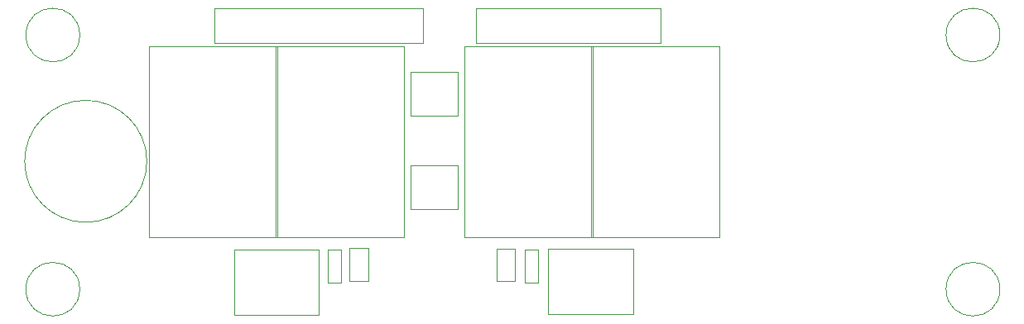
<source format=gbr>
G04 #@! TF.GenerationSoftware,KiCad,Pcbnew,(5.1.5)-2*
G04 #@! TF.CreationDate,2020-04-10T10:41:53+07:00*
G04 #@! TF.ProjectId,KIT_7SegLED_74HC595,4b49545f-3753-4656-974c-45445f373448,rev?*
G04 #@! TF.SameCoordinates,Original*
G04 #@! TF.FileFunction,Other,User*
%FSLAX46Y46*%
G04 Gerber Fmt 4.6, Leading zero omitted, Abs format (unit mm)*
G04 Created by KiCad (PCBNEW (5.1.5)-2) date 2020-04-10 10:41:53*
%MOMM*%
%LPD*%
G04 APERTURE LIST*
%ADD10C,0.050000*%
G04 APERTURE END LIST*
D10*
X175809500Y-32089500D02*
X194659500Y-32089500D01*
X194659500Y-32089500D02*
X194659500Y-28489500D01*
X194659500Y-28489500D02*
X175809500Y-28489500D01*
X175809500Y-28489500D02*
X175809500Y-32089500D01*
X135274500Y-57289700D02*
G75*
G03X135274500Y-57289700I-2750000J0D01*
G01*
X229381500Y-31254700D02*
G75*
G03X229381500Y-31254700I-2750000J0D01*
G01*
X229381500Y-57289700D02*
G75*
G03X229381500Y-57289700I-2750000J0D01*
G01*
X135274500Y-31254700D02*
G75*
G03X135274500Y-31254700I-2750000J0D01*
G01*
X155320601Y-51981499D02*
X168420601Y-51981499D01*
X155320601Y-32421499D02*
X168420601Y-32421499D01*
X155320601Y-51981499D02*
X155320601Y-32421499D01*
X168420601Y-51981499D02*
X168420601Y-32421499D01*
X142382900Y-51982100D02*
X155482900Y-51982100D01*
X142382900Y-32422100D02*
X155482900Y-32422100D01*
X142382900Y-51982100D02*
X142382900Y-32422100D01*
X155482900Y-51982100D02*
X155482900Y-32422100D01*
X187724601Y-51981499D02*
X187724601Y-32421499D01*
X174624601Y-51981499D02*
X174624601Y-32421499D01*
X174624601Y-32421499D02*
X187724601Y-32421499D01*
X174624601Y-51981499D02*
X187724601Y-51981499D01*
X187575501Y-51981499D02*
X200675501Y-51981499D01*
X187575501Y-32421499D02*
X200675501Y-32421499D01*
X187575501Y-51981499D02*
X187575501Y-32421499D01*
X200675501Y-51981499D02*
X200675501Y-32421499D01*
X169097601Y-35049900D02*
X169097601Y-39549900D01*
X169097601Y-39549900D02*
X173947601Y-39549900D01*
X173947601Y-39549900D02*
X173947601Y-35049900D01*
X173947601Y-35049900D02*
X169097601Y-35049900D01*
X169097601Y-49074900D02*
X173947601Y-49074900D01*
X169097601Y-44574900D02*
X169097601Y-49074900D01*
X173947601Y-44574900D02*
X169097601Y-44574900D01*
X173947601Y-49074900D02*
X173947601Y-44574900D01*
X142140000Y-44186000D02*
G75*
G03X142140000Y-44186000I-6250000J0D01*
G01*
X151046000Y-53238001D02*
X159746000Y-53238001D01*
X151046000Y-53238001D02*
X151046000Y-59938001D01*
X151046000Y-59938001D02*
X159746000Y-59938001D01*
X159746000Y-59938001D02*
X159746000Y-53238001D01*
X191877000Y-59829000D02*
X191877000Y-53129000D01*
X183177000Y-59829000D02*
X191877000Y-59829000D01*
X183177000Y-53129000D02*
X183177000Y-59829000D01*
X183177000Y-53129000D02*
X191877000Y-53129000D01*
X149012500Y-32089500D02*
X170362500Y-32089500D01*
X170362500Y-32089500D02*
X170362500Y-28489500D01*
X170362500Y-28489500D02*
X149012500Y-28489500D01*
X149012500Y-28489500D02*
X149012500Y-32089500D01*
X160610000Y-53234500D02*
X161970000Y-53234500D01*
X161970000Y-53234500D02*
X161970000Y-56594500D01*
X161970000Y-56594500D02*
X160610000Y-56594500D01*
X160610000Y-56594500D02*
X160610000Y-53234500D01*
X180777600Y-56594800D02*
X180777600Y-53234800D01*
X182137600Y-56594800D02*
X180777600Y-56594800D01*
X182137600Y-53234800D02*
X182137600Y-56594800D01*
X180777600Y-53234800D02*
X182137600Y-53234800D01*
X164780000Y-53082400D02*
X164780000Y-56442400D01*
X162880000Y-53082400D02*
X164780000Y-53082400D01*
X162880000Y-56442400D02*
X162880000Y-53082400D01*
X164780000Y-56442400D02*
X162880000Y-56442400D01*
X179816800Y-56493200D02*
X177916800Y-56493200D01*
X177916800Y-56493200D02*
X177916800Y-53133200D01*
X177916800Y-53133200D02*
X179816800Y-53133200D01*
X179816800Y-53133200D02*
X179816800Y-56493200D01*
M02*

</source>
